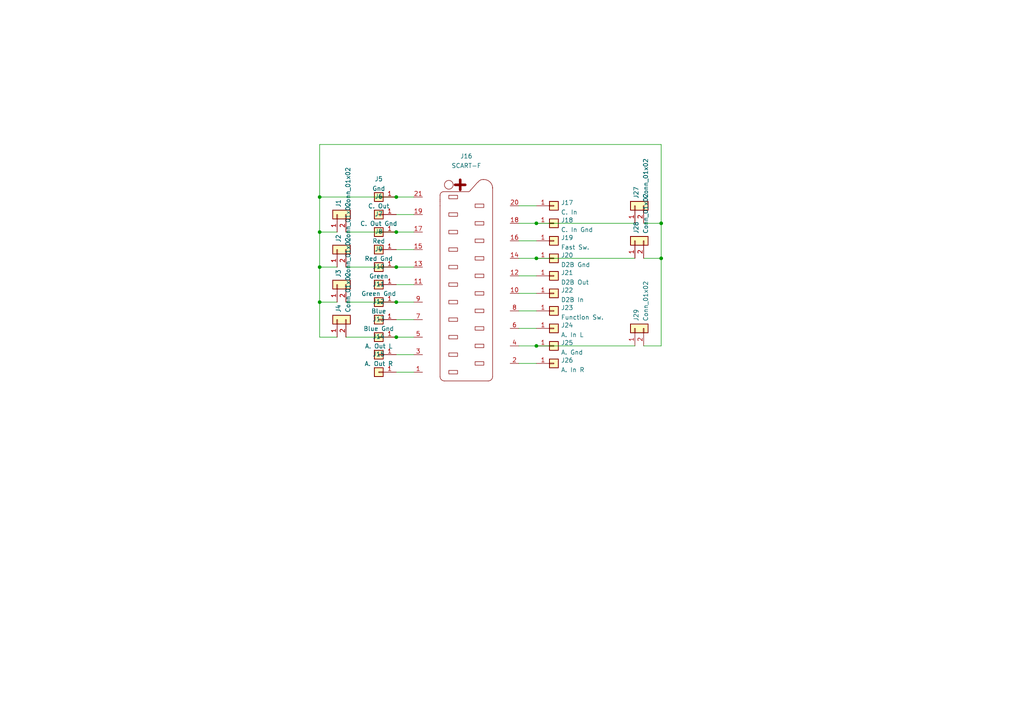
<source format=kicad_sch>
(kicad_sch (version 20211123) (generator eeschema)
  (paper "A4")
  (lib_symbols
    (symbol "Connector:SCART-F" (pin_names (offset 0.762) hide)
      (property "Reference" "J" (at 0 31.75 0))
      (property "Value" "SCART-F" (at 1.016 -29.21 0))
      (symbol "SCART-F_0_1"
        (arc (start -7.62 -26.67) (mid -7.248 -27.568) (end -6.35 -27.94))
        (arc (start -6.604 26.9494) (mid -7.3224 26.6518) (end -7.62 25.9334))
        (rectangle (start -5.08 -24.892) (end -2.54 -25.908))
        (rectangle (start -5.08 -19.812) (end -2.54 -20.828))
        (rectangle (start -5.08 -14.732) (end -2.54 -15.748))
        (rectangle (start -5.08 -9.652) (end -2.54 -10.668))
        (rectangle (start -5.08 -4.572) (end -2.54 -5.588))
        (rectangle (start -5.08 0.508) (end -2.54 -0.508))
        (rectangle (start -5.08 5.588) (end -2.54 4.572))
        (rectangle (start -5.08 10.668) (end -2.54 9.652))
        (rectangle (start -5.08 15.748) (end -2.54 14.732))
        (rectangle (start -5.08 20.828) (end -2.54 19.812))
        (rectangle (start -5.08 25.908) (end -2.54 24.892))
        (circle (center -5.08 28.956) (radius 1.27))
        (polyline (pts (xy -7.62 22.86) (xy -7.62 -26.67)))
        (polyline (pts (xy -7.62 22.86) (xy -7.62 24.13)))
        (polyline (pts (xy -7.62 24.6634) (xy -7.62 24.13)))
        (polyline (pts (xy -7.62 24.6634) (xy -7.62 25.9334)))
        (polyline (pts (xy -6.604 26.9494) (xy 0.508 26.9494)))
        (polyline (pts (xy -6.35 -27.94) (xy 6.35 -27.94)))
        (polyline (pts (xy 3.302 29.718) (xy 1.27 27.432)))
        (polyline (pts (xy 4.826 30.48) (xy 5.08 30.48)))
        (polyline (pts (xy 7.62 -26.67) (xy 7.62 28.2194)))
        (arc (start 0.508 26.924) (mid 0.955 27.0688) (end 1.2192 27.4574))
        (rectangle (start 2.54 -22.352) (end 5.08 -23.368))
        (rectangle (start 2.54 -17.272) (end 5.08 -18.288))
        (rectangle (start 2.54 -12.192) (end 5.08 -13.208))
        (rectangle (start 2.54 -7.112) (end 5.08 -8.128))
        (rectangle (start 2.54 -2.032) (end 5.08 -3.048))
        (rectangle (start 2.54 3.048) (end 5.08 2.032))
        (rectangle (start 2.54 8.128) (end 5.08 7.112))
        (rectangle (start 2.54 13.208) (end 5.08 12.192))
        (rectangle (start 2.54 18.288) (end 5.08 17.272))
        (rectangle (start 2.54 23.368) (end 5.08 22.352))
        (arc (start 4.826 30.48) (mid 4.0004 30.2733) (end 3.3782 29.6926))
        (arc (start 6.35 -27.94) (mid 7.248 -27.568) (end 7.62 -26.67))
        (arc (start 7.62 27.94) (mid 6.8761 29.7361) (end 5.08 30.48))
        (text "+" (at -1.778 29.21 0) (effects (font (size 3.81 3.81) bold)))
      )
      (symbol "SCART-F_1_1"
        (pin passive line (at -15.24 -25.4 0) (length 2.54) (name "P1") (number "1"))
        (pin passive line (at 15.24 -2.54 180) (length 2.54) (name "P10") (number "10"))
        (pin passive line (at -15.24 0 0) (length 2.54) (name "P11") (number "11"))
        (pin passive line (at 15.24 2.54 180) (length 2.54) (name "P12") (number "12"))
        (pin passive line (at -15.24 5.08 0) (length 2.54) (name "P13") (number "13"))
        (pin passive line (at 15.24 7.62 180) (length 2.54) (name "P14") (number "14"))
        (pin passive line (at -15.24 10.16 0) (length 2.54) (name "P15") (number "15"))
        (pin passive line (at 15.24 12.7 180) (length 2.54) (name "P16") (number "16"))
        (pin passive line (at -15.24 15.24 0) (length 2.54) (name "P17") (number "17"))
        (pin passive line (at 15.24 17.78 180) (length 2.54) (name "P18") (number "18"))
        (pin passive line (at -15.24 20.32 0) (length 2.54) (name "P19") (number "19"))
        (pin passive line (at 15.24 -22.86 180) (length 2.54) (name "P2") (number "2"))
        (pin passive line (at 15.24 22.86 180) (length 2.54) (name "P20") (number "20"))
        (pin passive line (at -15.24 25.4 0) (length 2.54) (name "P21") (number "21"))
        (pin passive line (at -15.24 -20.32 0) (length 2.54) (name "P3") (number "3"))
        (pin passive line (at 15.24 -17.78 180) (length 2.54) (name "P4") (number "4"))
        (pin passive line (at -15.24 -15.24 0) (length 2.54) (name "P5") (number "5"))
        (pin passive line (at 15.24 -12.7 180) (length 2.54) (name "P6") (number "6"))
        (pin passive line (at -15.24 -10.16 0) (length 2.54) (name "P7") (number "7"))
        (pin passive line (at 15.24 -7.62 180) (length 2.54) (name "P8") (number "8"))
        (pin passive line (at -15.24 -5.08 0) (length 2.54) (name "P9") (number "9"))
      )
    )
    (symbol "Connector_Generic:Conn_01x01" (pin_names (offset 1.016) hide)
      (property "Reference" "J" (at 0 2.54 0))
      (property "Value" "Conn_01x01" (at 0 -2.54 0))
      (symbol "Conn_01x01_1_1"
        (rectangle (start -1.27 0.127) (end 0 -0.127) (stroke (width 0.1524)))
        (rectangle (start -1.27 1.27) (end 1.27 -1.27) (stroke (width 0.254)) (fill (type background)))
        (pin passive line (at -5.08 0 0) (length 3.81) (name "Pin_1") (number "1"))
      )
    )
    (symbol "Connector_Generic:Conn_01x02" (pin_names (offset 1.016) hide)
      (property "Reference" "J" (at 0 2.54 0))
      (property "Value" "Conn_01x02" (at 0 -5.08 0))
      (symbol "Conn_01x02_1_1"
        (rectangle (start -1.27 -2.413) (end 0 -2.667) (stroke (width 0.1524)))
        (rectangle (start -1.27 0.127) (end 0 -0.127) (stroke (width 0.1524)))
        (rectangle (start -1.27 1.27) (end 1.27 -3.81) (stroke (width 0.254)) (fill (type background)))
        (pin passive line (at -5.08 0 0) (length 3.81) (name "Pin_1") (number "1"))
        (pin passive line (at -5.08 -2.54 0) (length 3.81) (name "Pin_2") (number "2"))
      )
    )
  )
  (junction (at 92.71 87.63))
  (junction (at 191.77 64.77))
  (junction (at 155.575 100.33))
  (junction (at 155.575 74.93))
  (junction (at 191.77 74.93))
  (junction (at 114.935 77.47))
  (junction (at 92.71 57.15))
  (junction (at 114.935 87.63))
  (junction (at 114.935 67.31))
  (junction (at 155.575 64.77))
  (junction (at 114.935 57.15))
  (junction (at 92.71 67.31))
  (junction (at 92.71 77.47))
  (junction (at 114.935 97.79))
  (wire (pts (xy 92.71 87.63) (xy 97.79 87.63)))
  (wire (pts (xy 114.935 67.31) (xy 120.015 67.31)))
  (wire (pts (xy 92.71 77.47) (xy 92.71 87.63)))
  (wire (pts (xy 100.33 77.47) (xy 114.935 77.47)))
  (wire (pts (xy 114.935 92.71) (xy 120.015 92.71)))
  (wire (pts (xy 155.575 100.33) (xy 184.15 100.33)))
  (wire (pts (xy 191.77 74.93) (xy 186.69 74.93)))
  (wire (pts (xy 114.935 102.87) (xy 120.015 102.87)))
  (wire (pts (xy 97.79 67.31) (xy 92.71 67.31)))
  (wire (pts (xy 155.575 69.85) (xy 150.495 69.85)))
  (wire (pts (xy 114.935 107.95) (xy 120.015 107.95)))
  (wire (pts (xy 155.575 105.41) (xy 150.495 105.41)))
  (wire (pts (xy 100.33 67.31) (xy 114.935 67.31)))
  (wire (pts (xy 155.575 74.93) (xy 150.495 74.93)))
  (wire (pts (xy 100.33 87.63) (xy 114.935 87.63)))
  (wire (pts (xy 155.575 95.25) (xy 150.495 95.25)))
  (wire (pts (xy 114.935 82.55) (xy 120.015 82.55)))
  (wire (pts (xy 191.77 41.91) (xy 92.71 41.91)))
  (wire (pts (xy 92.71 87.63) (xy 92.71 97.79)))
  (wire (pts (xy 92.71 57.15) (xy 114.935 57.15)))
  (wire (pts (xy 155.575 64.77) (xy 184.15 64.77)))
  (wire (pts (xy 155.575 74.93) (xy 184.15 74.93)))
  (wire (pts (xy 191.77 100.33) (xy 191.77 74.93)))
  (wire (pts (xy 155.575 85.09) (xy 150.495 85.09)))
  (wire (pts (xy 155.575 90.17) (xy 150.495 90.17)))
  (wire (pts (xy 114.935 97.79) (xy 120.015 97.79)))
  (wire (pts (xy 92.71 57.15) (xy 92.71 67.31)))
  (wire (pts (xy 155.575 64.77) (xy 150.495 64.77)))
  (wire (pts (xy 191.77 64.77) (xy 186.69 64.77)))
  (wire (pts (xy 191.77 64.77) (xy 191.77 41.91)))
  (wire (pts (xy 92.71 97.79) (xy 97.79 97.79)))
  (wire (pts (xy 114.935 72.39) (xy 120.015 72.39)))
  (wire (pts (xy 114.935 57.15) (xy 120.015 57.15)))
  (wire (pts (xy 191.77 74.93) (xy 191.77 64.77)))
  (wire (pts (xy 155.575 59.69) (xy 150.495 59.69)))
  (wire (pts (xy 114.935 62.23) (xy 120.015 62.23)))
  (wire (pts (xy 150.495 100.33) (xy 155.575 100.33)))
  (wire (pts (xy 92.71 41.91) (xy 92.71 57.15)))
  (wire (pts (xy 92.71 67.31) (xy 92.71 77.47)))
  (wire (pts (xy 186.69 100.33) (xy 191.77 100.33)))
  (wire (pts (xy 92.71 77.47) (xy 97.79 77.47)))
  (wire (pts (xy 100.33 97.79) (xy 114.935 97.79)))
  (wire (pts (xy 114.935 87.63) (xy 120.015 87.63)))
  (wire (pts (xy 114.935 77.47) (xy 120.015 77.47)))
  (wire (pts (xy 155.575 80.01) (xy 150.495 80.01)))
  (symbol (lib_id "Connector_Generic:Conn_01x01") (at 109.855 57.15 180) (unit 1)
    (property "Reference" "J5" (at 109.855 51.9135 0))
    (property "Value" "Gnd" (at 109.855 54.6886 0))
    (property "Footprint" "Connector_PinHeader_2.54mm:PinHeader_1x01_P2.54mm_Vertical" (effects hide))
  )
  (symbol (lib_id "Connector_Generic:Conn_01x01") (at 109.855 92.71 180) (unit 1)
    (property "Reference" "J12" (at 109.855 87.4735 0))
    (property "Value" "Blue" (at 109.855 90.2486 0))
    (property "Footprint" "Connector_PinHeader_2.54mm:PinHeader_1x01_P2.54mm_Vertical" (effects hide))
  )
  (symbol (lib_id "Connector_Generic:Conn_01x01") (at 160.655 100.33 0) (unit 1)
    (property "Reference" "J25" (at 162.687 99.4215 0) (effects (justify left)))
    (property "Value" "A. Gnd" (at 162.687 102.1966 0) (effects (justify left)))
    (property "Footprint" "Connector_PinHeader_2.54mm:PinHeader_1x01_P2.54mm_Vertical" (effects hide))
  )
  (symbol (lib_id "Connector_Generic:Conn_01x01") (at 160.655 80.01 0) (unit 1)
    (property "Reference" "J21" (at 162.687 79.1015 0) (effects (justify left)))
    (property "Value" "D2B Out" (at 162.687 81.8766 0) (effects (justify left)))
    (property "Footprint" "Connector_PinHeader_2.54mm:PinHeader_1x01_P2.54mm_Vertical" (effects hide))
  )
  (symbol (lib_id "Connector_Generic:Conn_01x01") (at 109.855 72.39 180) (unit 1)
    (property "Reference" "J8" (at 109.855 67.1535 0))
    (property "Value" "Red" (at 109.855 69.9286 0))
    (property "Footprint" "Connector_PinHeader_2.54mm:PinHeader_1x01_P2.54mm_Vertical" (effects hide))
  )
  (symbol (lib_id "Connector_Generic:Conn_01x01") (at 160.655 69.85 0) (unit 1)
    (property "Reference" "J19" (at 162.687 68.9415 0) (effects (justify left)))
    (property "Value" "Fast Sw." (at 162.687 71.7166 0) (effects (justify left)))
    (property "Footprint" "Connector_PinHeader_2.54mm:PinHeader_1x01_P2.54mm_Vertical" (effects hide))
  )
  (symbol (lib_id "Connector_Generic:Conn_01x02") (at 184.15 59.69 90) (unit 1)
    (property "Reference" "J27" (at 184.5115 57.658 0) (effects (justify left)))
    (property "Value" "Conn_01x02" (at 187.2866 57.658 0) (effects (justify left)))
    (property "Footprint" "Jumper:SolderJumper-2_P1.3mm_Open_RoundedPad1.0x1.5mm" (effects hide))
  )
  (symbol (lib_id "Connector_Generic:Conn_01x01") (at 109.855 77.47 180) (unit 1)
    (property "Reference" "J9" (at 109.855 72.2335 0))
    (property "Value" "Red Gnd" (at 109.855 75.0086 0))
    (property "Footprint" "Connector_PinHeader_2.54mm:PinHeader_1x01_P2.54mm_Vertical" (effects hide))
  )
  (symbol (lib_id "Connector_Generic:Conn_01x02") (at 97.79 82.55 90) (unit 1)
    (property "Reference" "J3" (at 98.1515 80.518 0) (effects (justify left)))
    (property "Value" "Conn_01x02" (at 100.9266 80.518 0) (effects (justify left)))
    (property "Footprint" "Jumper:SolderJumper-2_P1.3mm_Open_RoundedPad1.0x1.5mm" (effects hide))
  )
  (symbol (lib_id "Connector_Generic:Conn_01x01") (at 160.655 85.09 0) (unit 1)
    (property "Reference" "J22" (at 162.687 84.1815 0) (effects (justify left)))
    (property "Value" "D2B In" (at 162.687 86.9566 0) (effects (justify left)))
    (property "Footprint" "Connector_PinHeader_2.54mm:PinHeader_1x01_P2.54mm_Vertical" (effects hide))
  )
  (symbol (lib_id "Connector_Generic:Conn_01x02") (at 184.15 69.85 90) (unit 1)
    (property "Reference" "J28" (at 184.5115 67.818 0) (effects (justify left)))
    (property "Value" "Conn_01x02" (at 187.2866 67.818 0) (effects (justify left)))
    (property "Footprint" "Jumper:SolderJumper-2_P1.3mm_Open_RoundedPad1.0x1.5mm" (effects hide))
  )
  (symbol (lib_id "Connector_Generic:Conn_01x02") (at 97.79 92.71 90) (unit 1)
    (property "Reference" "J4" (at 98.1515 90.678 0) (effects (justify left)))
    (property "Value" "Conn_01x02" (at 100.9266 90.678 0) (effects (justify left)))
    (property "Footprint" "Jumper:SolderJumper-2_P1.3mm_Open_RoundedPad1.0x1.5mm" (effects hide))
  )
  (symbol (lib_id "Connector_Generic:Conn_01x01") (at 109.855 67.31 180) (unit 1)
    (property "Reference" "J7" (at 109.855 62.0735 0))
    (property "Value" "C. Out Gnd" (at 109.855 64.8486 0))
    (property "Footprint" "Connector_PinHeader_2.54mm:PinHeader_1x01_P2.54mm_Vertical" (effects hide))
  )
  (symbol (lib_id "Connector_Generic:Conn_01x02") (at 97.79 72.39 90) (unit 1)
    (property "Reference" "J2" (at 98.1515 70.358 0) (effects (justify left)))
    (property "Value" "Conn_01x02" (at 100.9266 70.358 0) (effects (justify left)))
    (property "Footprint" "Jumper:SolderJumper-2_P1.3mm_Open_RoundedPad1.0x1.5mm" (effects hide))
  )
  (symbol (lib_id "Connector_Generic:Conn_01x01") (at 109.855 107.95 180) (unit 1)
    (property "Reference" "J15" (at 109.855 102.7135 0))
    (property "Value" "A. Out R" (at 109.855 105.4886 0))
    (property "Footprint" "Connector_PinHeader_2.54mm:PinHeader_1x01_P2.54mm_Vertical" (effects hide))
  )
  (symbol (lib_id "Connector_Generic:Conn_01x02") (at 184.15 95.25 90) (unit 1)
    (property "Reference" "J29" (at 184.5115 93.218 0) (effects (justify left)))
    (property "Value" "Conn_01x02" (at 187.2866 93.218 0) (effects (justify left)))
    (property "Footprint" "Jumper:SolderJumper-2_P1.3mm_Open_RoundedPad1.0x1.5mm" (effects hide))
  )
  (symbol (lib_id "Connector_Generic:Conn_01x01") (at 109.855 102.87 180) (unit 1)
    (property "Reference" "J14" (at 109.855 97.6335 0))
    (property "Value" "A. Out L" (at 109.855 100.4086 0))
    (property "Footprint" "Connector_PinHeader_2.54mm:PinHeader_1x01_P2.54mm_Vertical" (effects hide))
  )
  (symbol (lib_id "Connector_Generic:Conn_01x01") (at 109.855 87.63 180) (unit 1)
    (property "Reference" "J11" (at 109.855 82.3935 0))
    (property "Value" "Green Gnd" (at 109.855 85.1686 0))
    (property "Footprint" "Connector_PinHeader_2.54mm:PinHeader_1x01_P2.54mm_Vertical" (effects hide))
  )
  (symbol (lib_id "Connector_Generic:Conn_01x01") (at 109.855 97.79 180) (unit 1)
    (property "Reference" "J13" (at 109.855 92.5535 0))
    (property "Value" "Blue Gnd" (at 109.855 95.3286 0))
    (property "Footprint" "Connector_PinHeader_2.54mm:PinHeader_1x01_P2.54mm_Vertical" (effects hide))
  )
  (symbol (lib_id "Connector_Generic:Conn_01x01") (at 160.655 64.77 0) (unit 1)
    (property "Reference" "J18" (at 162.687 63.8615 0) (effects (justify left)))
    (property "Value" "C. In Gnd" (at 162.687 66.6366 0) (effects (justify left)))
    (property "Footprint" "Connector_PinHeader_2.54mm:PinHeader_1x01_P2.54mm_Vertical" (effects hide))
  )
  (symbol (lib_id "Connector_Generic:Conn_01x01") (at 160.655 74.93 0) (unit 1)
    (property "Reference" "J20" (at 162.687 74.0215 0) (effects (justify left)))
    (property "Value" "D2B Gnd" (at 162.687 76.7966 0) (effects (justify left)))
    (property "Footprint" "Connector_PinHeader_2.54mm:PinHeader_1x01_P2.54mm_Vertical" (effects hide))
  )
  (symbol (lib_id "Connector_Generic:Conn_01x01") (at 160.655 105.41 0) (unit 1)
    (property "Reference" "J26" (at 162.687 104.5015 0) (effects (justify left)))
    (property "Value" "A. In R" (at 162.687 107.2766 0) (effects (justify left)))
    (property "Footprint" "Connector_PinHeader_2.54mm:PinHeader_1x01_P2.54mm_Vertical" (effects hide))
  )
  (symbol (lib_id "Connector:SCART-F") (at 135.255 82.55 0) (unit 1)
    (property "Reference" "J16" (at 135.255 45.2905 0))
    (property "Value" "SCART-F" (at 135.255 48.0656 0))
    (property "Footprint" "Evan's misc parts:SCART-F" (effects hide))
    (property "Datasheet" " ~" (effects hide))
  )
  (symbol (lib_id "Connector_Generic:Conn_01x01") (at 109.855 82.55 180) (unit 1)
    (property "Reference" "J10" (at 109.855 77.3135 0))
    (property "Value" "Green" (at 109.855 80.0886 0))
    (property "Footprint" "Connector_PinHeader_2.54mm:PinHeader_1x01_P2.54mm_Vertical" (effects hide))
  )
  (symbol (lib_id "Connector_Generic:Conn_01x02") (at 97.79 62.23 90) (unit 1)
    (property "Reference" "J1" (at 98.1515 60.198 0) (effects (justify left)))
    (property "Value" "Conn_01x02" (at 100.9266 60.198 0) (effects (justify left)))
    (property "Footprint" "Jumper:SolderJumper-2_P1.3mm_Open_RoundedPad1.0x1.5mm" (effects hide))
  )
  (symbol (lib_id "Connector_Generic:Conn_01x01") (at 160.655 59.69 0) (unit 1)
    (property "Reference" "J17" (at 162.687 58.7815 0) (effects (justify left)))
    (property "Value" "C. In" (at 162.687 61.5566 0) (effects (justify left)))
    (property "Footprint" "Connector_PinHeader_2.54mm:PinHeader_1x01_P2.54mm_Vertical" (effects hide))
  )
  (symbol (lib_id "Connector_Generic:Conn_01x01") (at 160.655 90.17 0) (unit 1)
    (property "Reference" "J23" (at 162.687 89.2615 0) (effects (justify left)))
    (property "Value" "Function Sw." (at 162.687 92.0366 0) (effects (justify left)))
    (property "Footprint" "Connector_PinHeader_2.54mm:PinHeader_1x01_P2.54mm_Vertical" (effects hide))
  )
  (symbol (lib_id "Connector_Generic:Conn_01x01") (at 109.855 62.23 180) (unit 1)
    (property "Reference" "J6" (at 109.855 56.9935 0))
    (property "Value" "C. Out" (at 109.855 59.7686 0))
    (property "Footprint" "Connector_PinHeader_2.54mm:PinHeader_1x01_P2.54mm_Vertical" (effects hide))
  )
  (symbol (lib_id "Connector_Generic:Conn_01x01") (at 160.655 95.25 0) (unit 1)
    (property "Reference" "J24" (at 162.687 94.3415 0) (effects (justify left)))
    (property "Value" "A. In L" (at 162.687 97.1166 0) (effects (justify left)))
    (property "Footprint" "Connector_PinHeader_2.54mm:PinHeader_1x01_P2.54mm_Vertical" (effects hide))
  )
)
</source>
